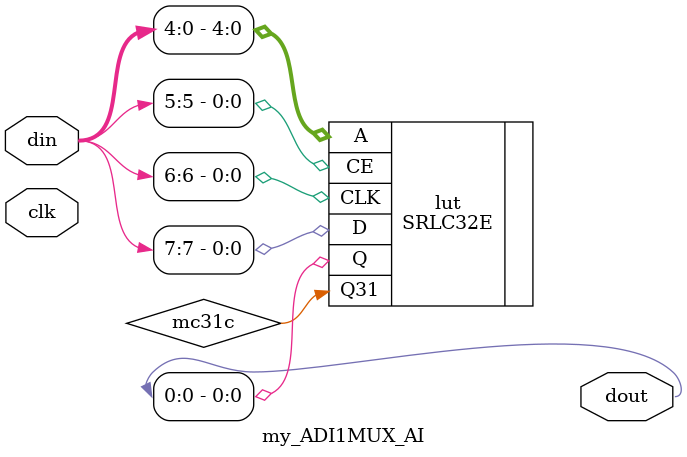
<source format=v>
module my_ADI1MUX_AI (input clk, input [7:0] din, output [7:0] dout);
    parameter LOC = "";
    parameter BEL="A6LUT";
    wire mc31c;
    (* LOC=LOC, BEL=BEL *)
    SRLC32E #(
            .INIT(32'h00000000),
            .IS_CLK_INVERTED(1'b0)
        ) lut (
            .Q(dout[0]),
            .Q31(mc31c),
            .A(din[4:0]),
            .CE(din[5]),
            .CLK(din[6]),
            .D(din[7]));
endmodule
</source>
